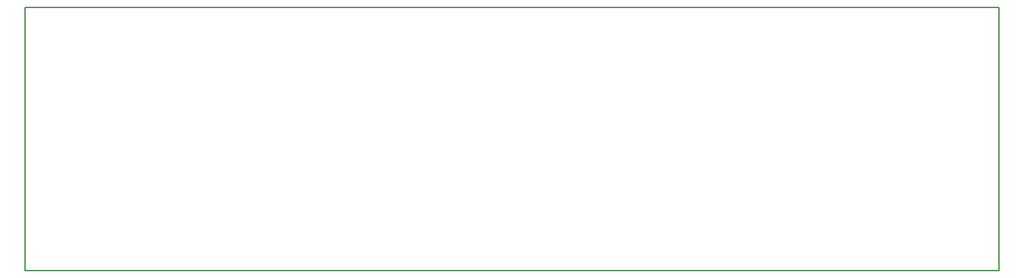
<source format=gbr>
%TF.GenerationSoftware,KiCad,Pcbnew,(6.0.5)*%
%TF.CreationDate,2022-08-08T19:37:45+02:00*%
%TF.ProjectId,Solar,536f6c61-722e-46b6-9963-61645f706362,rev?*%
%TF.SameCoordinates,Original*%
%TF.FileFunction,Profile,NP*%
%FSLAX46Y46*%
G04 Gerber Fmt 4.6, Leading zero omitted, Abs format (unit mm)*
G04 Created by KiCad (PCBNEW (6.0.5)) date 2022-08-08 19:37:45*
%MOMM*%
%LPD*%
G01*
G04 APERTURE LIST*
%TA.AperFunction,Profile*%
%ADD10C,0.200000*%
%TD*%
G04 APERTURE END LIST*
D10*
X83820000Y-121920000D02*
X83820000Y-88900000D01*
X205740000Y-121920000D02*
X205740000Y-88900000D01*
X205740000Y-88900000D02*
X83820000Y-88900000D01*
X83820000Y-121920000D02*
X205740000Y-121920000D01*
M02*

</source>
